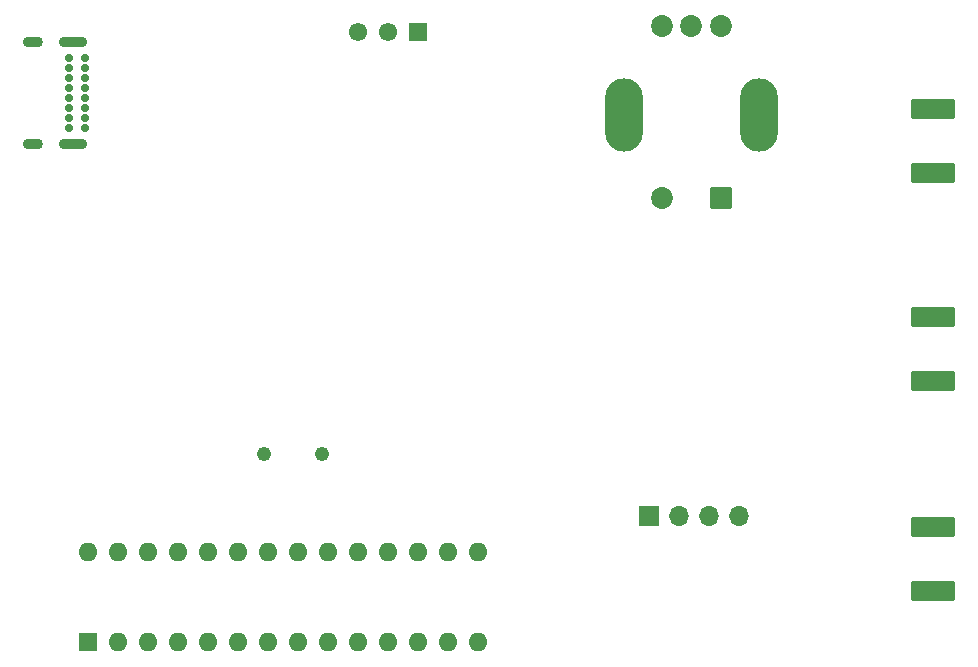
<source format=gbr>
%TF.GenerationSoftware,KiCad,Pcbnew,7.0.2*%
%TF.CreationDate,2024-01-20T15:19:51+00:00*%
%TF.ProjectId,Si5351a and Audio Gain Board,53693533-3531-4612-9061-6e6420417564,rev?*%
%TF.SameCoordinates,Original*%
%TF.FileFunction,Soldermask,Bot*%
%TF.FilePolarity,Negative*%
%FSLAX46Y46*%
G04 Gerber Fmt 4.6, Leading zero omitted, Abs format (unit mm)*
G04 Created by KiCad (PCBNEW 7.0.2) date 2024-01-20 15:19:51*
%MOMM*%
%LPD*%
G01*
G04 APERTURE LIST*
G04 Aperture macros list*
%AMRoundRect*
0 Rectangle with rounded corners*
0 $1 Rounding radius*
0 $2 $3 $4 $5 $6 $7 $8 $9 X,Y pos of 4 corners*
0 Add a 4 corners polygon primitive as box body*
4,1,4,$2,$3,$4,$5,$6,$7,$8,$9,$2,$3,0*
0 Add four circle primitives for the rounded corners*
1,1,$1+$1,$2,$3*
1,1,$1+$1,$4,$5*
1,1,$1+$1,$6,$7*
1,1,$1+$1,$8,$9*
0 Add four rect primitives between the rounded corners*
20,1,$1+$1,$2,$3,$4,$5,0*
20,1,$1+$1,$4,$5,$6,$7,0*
20,1,$1+$1,$6,$7,$8,$9,0*
20,1,$1+$1,$8,$9,$2,$3,0*%
G04 Aperture macros list end*
%ADD10O,1.600000X1.600000*%
%ADD11R,1.600000X1.600000*%
%ADD12C,1.211000*%
%ADD13RoundRect,0.102000X0.675000X0.675000X-0.675000X0.675000X-0.675000X-0.675000X0.675000X-0.675000X0*%
%ADD14C,1.554000*%
%ADD15RoundRect,0.102000X0.825000X0.825000X-0.825000X0.825000X-0.825000X-0.825000X0.825000X-0.825000X0*%
%ADD16C,1.854000*%
%ADD17O,3.204000X6.204000*%
%ADD18RoundRect,0.102000X1.750000X0.750000X-1.750000X0.750000X-1.750000X-0.750000X1.750000X-0.750000X0*%
%ADD19C,0.700000*%
%ADD20O,2.400000X0.900000*%
%ADD21O,1.700000X0.900000*%
%ADD22R,1.700000X1.700000*%
%ADD23O,1.700000X1.700000*%
G04 APERTURE END LIST*
D10*
%TO.C,U2*%
X103520000Y-104580000D03*
X106060000Y-104580000D03*
X108600000Y-104580000D03*
X111140000Y-104580000D03*
X113680000Y-104580000D03*
X116220000Y-104580000D03*
X118760000Y-104580000D03*
X121300000Y-104580000D03*
X123840000Y-104580000D03*
X126380000Y-104580000D03*
X128920000Y-104580000D03*
X131460000Y-104580000D03*
X134000000Y-104580000D03*
X136540000Y-104580000D03*
X136540000Y-112200000D03*
X134000000Y-112200000D03*
X131460000Y-112200000D03*
X128920000Y-112200000D03*
X126380000Y-112200000D03*
X123840000Y-112200000D03*
X121300000Y-112200000D03*
X118760000Y-112200000D03*
X116220000Y-112200000D03*
X113680000Y-112200000D03*
X111140000Y-112200000D03*
X108600000Y-112200000D03*
X106060000Y-112200000D03*
D11*
X103520000Y-112200000D03*
%TD*%
D12*
%TO.C,Y2*%
X123320000Y-96325000D03*
X118440000Y-96325000D03*
%TD*%
D13*
%TO.C,U3*%
X131460000Y-60600000D03*
D14*
X128920000Y-60600000D03*
X126380000Y-60600000D03*
%TD*%
D15*
%TO.C,MT1*%
X157120000Y-74600000D03*
D16*
X152120000Y-74600000D03*
X157120000Y-60100000D03*
X152120000Y-60100000D03*
X154620000Y-60100000D03*
D17*
X160320000Y-67600000D03*
X148920000Y-67600000D03*
%TD*%
D18*
%TO.C,J3*%
X175120000Y-84700000D03*
X175120000Y-90100000D03*
%TD*%
D19*
%TO.C,J1*%
X103270000Y-62750000D03*
X103270000Y-63600000D03*
X103270000Y-64450000D03*
X103270000Y-65300000D03*
X103270000Y-66150000D03*
X103270000Y-67000000D03*
X103270000Y-67850000D03*
X103270000Y-68700000D03*
X101920000Y-68700000D03*
X101920000Y-67850000D03*
X101920000Y-67000000D03*
X101920000Y-66150000D03*
X101920000Y-65300000D03*
X101920000Y-64450000D03*
X101920000Y-63600000D03*
X101920000Y-62750000D03*
D20*
X102290000Y-61400000D03*
D21*
X98910000Y-61400000D03*
D20*
X102290000Y-70050000D03*
D21*
X98910000Y-70050000D03*
%TD*%
D22*
%TO.C,J5*%
X151040000Y-101600000D03*
D23*
X153580000Y-101600000D03*
X156120000Y-101600000D03*
X158660000Y-101600000D03*
%TD*%
D18*
%TO.C,J4*%
X175120000Y-102500000D03*
X175120000Y-107900000D03*
%TD*%
%TO.C,J2*%
X175120000Y-72500000D03*
X175120000Y-67100000D03*
%TD*%
M02*

</source>
